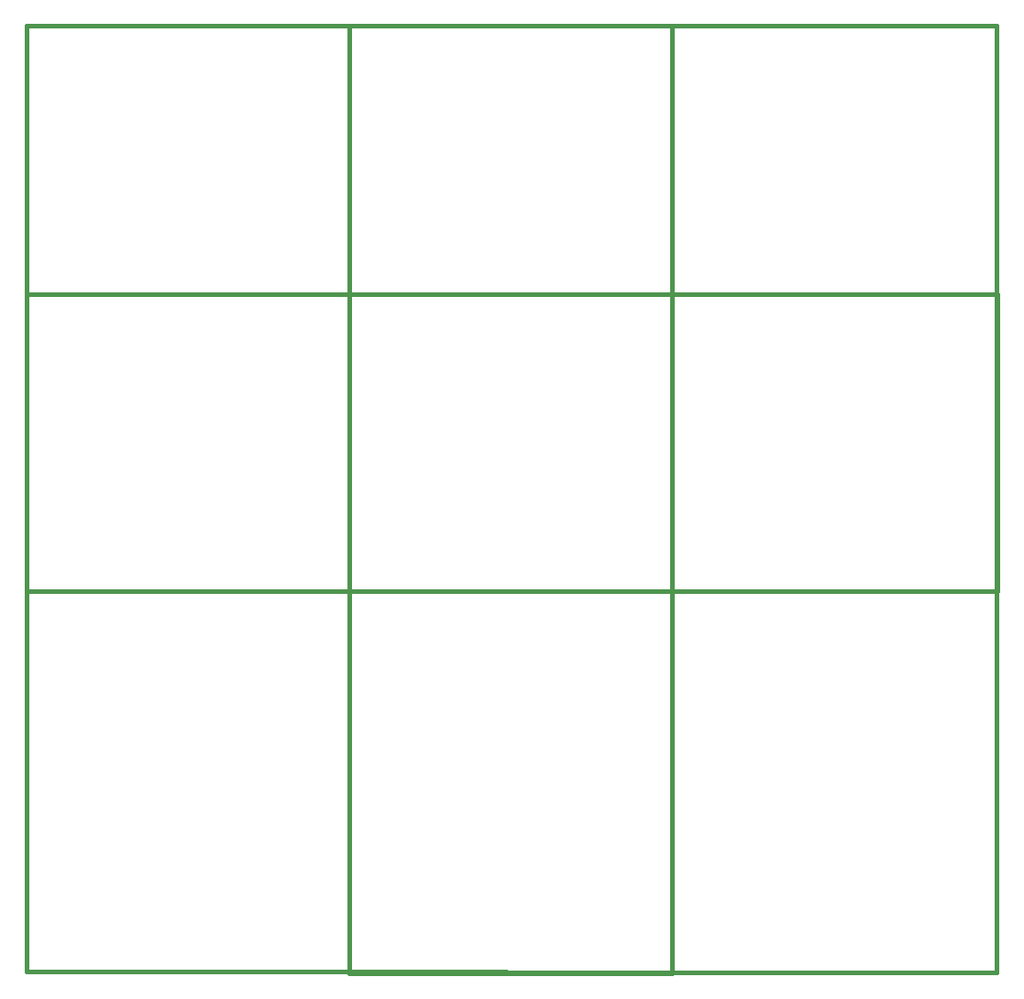
<source format=gbr>
%FSLAX34Y34*%
%MOMM*%
%LNOUTLINE*%
G71*
G01*
%ADD10C, 0.400*%
%LPD*%
G54D10*
X897800Y123900D02*
X2000Y124000D01*
X2000Y998000D01*
X898000Y998000D01*
X898000Y124000D01*
G54D10*
X300000Y998000D02*
X598000Y998000D01*
X598000Y123000D01*
X300000Y123000D01*
X300000Y998000D01*
G54D10*
X2000Y750000D02*
X899000Y750000D01*
X899000Y476000D01*
X2000Y476000D01*
X2000Y750000D01*
M02*

</source>
